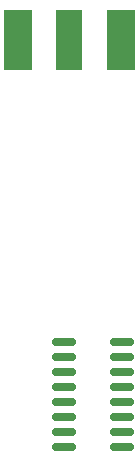
<source format=gbr>
%TF.GenerationSoftware,KiCad,Pcbnew,7.0.5-0*%
%TF.CreationDate,2023-08-23T15:17:08-05:00*%
%TF.ProjectId,4732_THT_V2,34373332-5f54-4485-945f-56322e6b6963,rev?*%
%TF.SameCoordinates,Original*%
%TF.FileFunction,Paste,Top*%
%TF.FilePolarity,Positive*%
%FSLAX46Y46*%
G04 Gerber Fmt 4.6, Leading zero omitted, Abs format (unit mm)*
G04 Created by KiCad (PCBNEW 7.0.5-0) date 2023-08-23 15:17:08*
%MOMM*%
%LPD*%
G01*
G04 APERTURE LIST*
G04 Aperture macros list*
%AMRoundRect*
0 Rectangle with rounded corners*
0 $1 Rounding radius*
0 $2 $3 $4 $5 $6 $7 $8 $9 X,Y pos of 4 corners*
0 Add a 4 corners polygon primitive as box body*
4,1,4,$2,$3,$4,$5,$6,$7,$8,$9,$2,$3,0*
0 Add four circle primitives for the rounded corners*
1,1,$1+$1,$2,$3*
1,1,$1+$1,$4,$5*
1,1,$1+$1,$6,$7*
1,1,$1+$1,$8,$9*
0 Add four rect primitives between the rounded corners*
20,1,$1+$1,$2,$3,$4,$5,0*
20,1,$1+$1,$4,$5,$6,$7,0*
20,1,$1+$1,$6,$7,$8,$9,0*
20,1,$1+$1,$8,$9,$2,$3,0*%
G04 Aperture macros list end*
%ADD10RoundRect,0.150000X-0.825000X-0.150000X0.825000X-0.150000X0.825000X0.150000X-0.825000X0.150000X0*%
%ADD11R,2.290000X5.080000*%
%ADD12R,2.420000X5.080000*%
G04 APERTURE END LIST*
D10*
%TO.C,U1*%
X74525000Y-78555000D03*
X74525000Y-79825000D03*
X74525000Y-81095000D03*
X74525000Y-82365000D03*
X74525000Y-83635000D03*
X74525000Y-84905000D03*
X74525000Y-86175000D03*
X74525000Y-87445000D03*
X79475000Y-87445000D03*
X79475000Y-86175000D03*
X79475000Y-84905000D03*
X79475000Y-83635000D03*
X79475000Y-82365000D03*
X79475000Y-81095000D03*
X79475000Y-79825000D03*
X79475000Y-78555000D03*
%TD*%
D11*
%TO.C,J4*%
X75000000Y-52980000D03*
D12*
X79380000Y-52980000D03*
X70620000Y-52980000D03*
%TD*%
M02*

</source>
